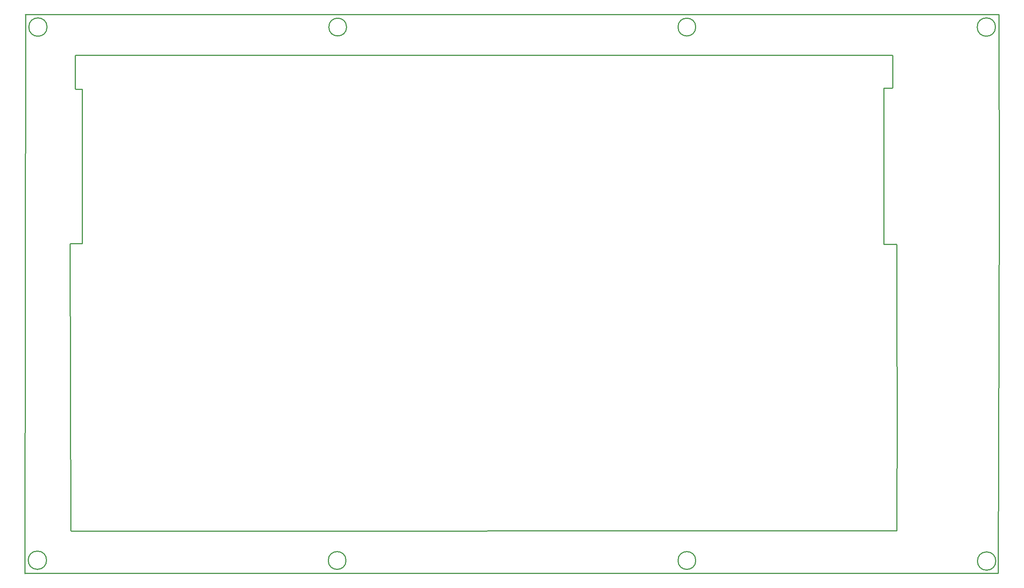
<source format=gko>
G04 Layer: BoardOutlineLayer*
G04 EasyEDA v6.5.22, 2023-03-24 00:04:05*
G04 1816f6d41fbb4fb68ab43b55433a14ba,7be1179030e74d40a97a3c751b95adb4,10*
G04 Gerber Generator version 0.2*
G04 Scale: 100 percent, Rotated: No, Reflected: No *
G04 Dimensions in millimeters *
G04 leading zeros omitted , absolute positions ,4 integer and 5 decimal *
%FSLAX45Y45*%
%MOMM*%

%ADD10C,0.2540*%
D10*
X14401774Y-12788874D02*
G01*
X14421078Y-4327118D01*
X14413798Y-3022D01*
X-7863865Y-3022D02*
G01*
X14413798Y-3022D01*
X-7861325Y-12788874D02*
G01*
X11809704Y-12788874D01*
X11809704Y-12788874D01*
X14401774Y-12788874D01*
X-7866405Y-12793319D02*
G01*
X-7856245Y-8229D01*
G75*
G01*
X13919175Y-292075D02*
G02*
X14338275Y-292075I209550J0D01*
G75*
G01*
X14338275Y-292075D02*
G02*
X13919175Y-292075I-209550J0D01*
X13919174Y-292074D02*
G01*
X13919174Y-292074D01*
G75*
G01*
X14135062Y-12719025D02*
G03*
X14135062Y-12299925I0J209550D01*
G75*
G01*
X14135062Y-12299925D02*
G03*
X14135062Y-12719025I0J-209550D01*
X14135061Y-12719024D02*
G01*
X14135061Y-12719024D01*
G75*
G01*
X-7581925Y-12699975D02*
G02*
X-7581925Y-12280875I0J209550D01*
G75*
G01*
X-7581925Y-12280875D02*
G02*
X-7581925Y-12699975I0J-209550D01*
X-7581925Y-12699974D02*
G01*
X-7581925Y-12699974D01*
G75*
G01*
X-7778775Y-292070D02*
G02*
X-7359675Y-292070I209550J0D01*
G75*
G01*
X-7359675Y-292070D02*
G02*
X-7778775Y-292070I-209550J0D01*
X-7778775Y-292069D02*
G01*
X-7778775Y-292069D01*
X12077700Y-11811000D02*
G01*
X-6807200Y-11821734D01*
G75*
G01*
X-6807200Y-11821734D02*
G02*
X-6819900Y-11809034I0J12700D01*
X-6819900Y-11809034D02*
G01*
X-6832600Y-5255834D01*
G75*
G01*
X-6832600Y-5255834D02*
G02*
X-6819900Y-5243134I12700J0D01*
X-6819900Y-5243134D02*
G01*
X-6553200Y-5245100D01*
X-6553200Y-5245100D02*
G01*
X-6553200Y-1714500D01*
X-6553200Y-1714500D02*
G01*
X-6705600Y-1714500D01*
G75*
G01*
X-6705600Y-1714500D02*
G02*
X-6718300Y-1701800I0J12700D01*
X-6718300Y-1701800D02*
G01*
X-6718300Y-952500D01*
G75*
G01*
X-6718300Y-952500D02*
G02*
X-6705600Y-935878I12074J3937D01*
X-6705600Y-935878D02*
G01*
X11976100Y-935878D01*
G75*
G01*
X11976100Y-935878D02*
G02*
X11988800Y-948578I0J-12700D01*
X11988800Y-948578D02*
G01*
X11988800Y-1676400D01*
G75*
G01*
X11988800Y-1676400D02*
G02*
X11976100Y-1689100I-12700J0D01*
X11976100Y-1689100D02*
G01*
X11785600Y-1689100D01*
X11785600Y-1689100D02*
G01*
X11785600Y-5257800D01*
X11785600Y-5257800D02*
G01*
X12065000Y-5257800D01*
G75*
G01*
X12065000Y-5257800D02*
G02*
X12077700Y-5270500I0J-12700D01*
X12077700Y-5270500D02*
G01*
X12077700Y-7124700D01*
X12077700Y-7124700D02*
G01*
X12090400Y-8989634D01*
X12090400Y-8989634D02*
G01*
X12077700Y-11811000D01*
G75*
G01*
X-914400Y-292100D02*
G02*
X-508000Y-292100I203200J0D01*
G75*
G01*
X-508000Y-292100D02*
G02*
X-914400Y-292100I-203200J0D01*
X-914400Y-292100D02*
G01*
X-914400Y-292100D01*
G75*
G01*
X-927100Y-12496800D02*
G02*
X-520700Y-12496800I203200J0D01*
G75*
G01*
X-520700Y-12496800D02*
G02*
X-927100Y-12496800I-203200J0D01*
X-927100Y-12496800D02*
G01*
X-927100Y-12496800D01*
G75*
G01*
X7073900Y-12496800D02*
G02*
X7480300Y-12496800I203200J0D01*
G75*
G01*
X7480300Y-12496800D02*
G02*
X7073900Y-12496800I-203200J0D01*
X7073900Y-12496800D02*
G01*
X7073900Y-12496800D01*
G75*
G01*
X7073900Y-292100D02*
G02*
X7480300Y-292100I203200J0D01*
G75*
G01*
X7480300Y-292100D02*
G02*
X7073900Y-292100I-203200J0D01*
X7073900Y-292100D02*
G01*
X7073900Y-292100D01*

%LPD*%
M02*

</source>
